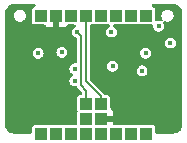
<source format=gbr>
%TF.GenerationSoftware,KiCad,Pcbnew,8.0.1-8.0.1-1~ubuntu22.04.1*%
%TF.CreationDate,2024-03-30T15:26:48+00:00*%
%TF.ProjectId,FES_AO4882,4645535f-414f-4343-9838-322e6b696361,v1.0*%
%TF.SameCoordinates,Original*%
%TF.FileFunction,Copper,L3,Inr*%
%TF.FilePolarity,Positive*%
%FSLAX46Y46*%
G04 Gerber Fmt 4.6, Leading zero omitted, Abs format (unit mm)*
G04 Created by KiCad (PCBNEW 8.0.1-8.0.1-1~ubuntu22.04.1) date 2024-03-30 15:26:48*
%MOMM*%
%LPD*%
G01*
G04 APERTURE LIST*
%TA.AperFunction,ComponentPad*%
%ADD10R,1.000000X1.000000*%
%TD*%
%TA.AperFunction,ViaPad*%
%ADD11C,0.400000*%
%TD*%
%TA.AperFunction,Conductor*%
%ADD12C,0.127000*%
%TD*%
G04 APERTURE END LIST*
D10*
%TO.N,/FES4in*%
%TO.C,J22*%
X-1905000Y0D03*
%TD*%
%TO.N,+3.3V*%
%TO.C,J1*%
X-4445000Y10000000D03*
%TD*%
%TO.N,/MOSI_ARM*%
%TO.C,J5*%
X635000Y10000000D03*
%TD*%
%TO.N,/SWDIO{slash}MISO_ARM*%
%TO.C,J4*%
X-635000Y10000000D03*
%TD*%
%TO.N,/SWDIO{slash}MISO_ARM*%
%TO.C,J16*%
X635000Y2540000D03*
%TD*%
%TO.N,/FES1in*%
%TO.C,J11*%
X1905000Y0D03*
%TD*%
%TO.N,/extRef*%
%TO.C,J8*%
X4445000Y10000000D03*
%TD*%
%TO.N,/SPICS_ARM*%
%TO.C,J7*%
X3175000Y10000000D03*
%TD*%
%TO.N,/FES1out*%
%TO.C,J12*%
X635000Y0D03*
%TD*%
%TO.N,GND*%
%TO.C,J17*%
X635000Y1270000D03*
%TD*%
%TO.N,/FES2out*%
%TO.C,J14*%
X4445000Y0D03*
%TD*%
%TO.N,/FES2in*%
%TO.C,J13*%
X3175000Y0D03*
%TD*%
%TO.N,/FES4out*%
%TO.C,J23*%
X-635000Y0D03*
%TD*%
%TO.N,GND*%
%TO.C,J2*%
X-3175000Y10000000D03*
%TD*%
%TO.N,VCC*%
%TO.C,J24*%
X-635000Y1270000D03*
%TD*%
%TO.N,/SWCLK{slash}IO1out*%
%TO.C,J15*%
X-635000Y2540000D03*
%TD*%
%TO.N,/FES3in*%
%TO.C,J20*%
X-3175000Y0D03*
%TD*%
%TO.N,/SCLK_ARM*%
%TO.C,J6*%
X1905000Y10000000D03*
%TD*%
%TO.N,unconnected-(J3-Pin_1-Pad1)*%
%TO.C,J3*%
X-1905000Y10000000D03*
%TD*%
%TO.N,/FES3out*%
%TO.C,J21*%
X-4445000Y0D03*
%TD*%
D11*
%TO.N,+3.3V*%
X-1600000Y4490001D03*
X1600000Y5700000D03*
%TO.N,GND*%
X-6510000Y7670000D03*
X5500000Y8000000D03*
X-3700000Y7909999D03*
%TO.N,/SWCLK{slash}IO1out*%
X-1400000Y8600000D03*
%TO.N,/GPIO*%
X-1600000Y5500000D03*
%TO.N,VCC*%
X4100000Y5330000D03*
%TO.N,/PWM1*%
X5500000Y9100000D03*
X1500000Y8600000D03*
%TO.N,/PWM2_*%
X6500000Y7670000D03*
%TO.N,/PWM1_*%
X4400000Y6800000D03*
%TO.N,/PWM4_*%
X-2700000Y6890001D03*
%TO.N,/PWM3_*%
X-4700000Y6800000D03*
%TD*%
D12*
%TO.N,/SWDIO{slash}MISO_ARM*%
X635000Y3175000D02*
X635000Y2540000D01*
X-635000Y4445000D02*
X635000Y3175000D01*
X-635000Y10000000D02*
X-635000Y4445000D01*
%TO.N,/SWCLK{slash}IO1out*%
X-635000Y2540000D02*
X-635000Y3635000D01*
X-635000Y3635000D02*
X-1100000Y4100000D01*
X-1100000Y4100000D02*
X-1100000Y8300000D01*
X-1100000Y8300000D02*
X-1400000Y8600000D01*
%TD*%
%TA.AperFunction,Conductor*%
%TO.N,GND*%
G36*
X-4960090Y10969816D02*
G01*
X-4914335Y10917012D01*
X-4904391Y10847854D01*
X-4933416Y10784298D01*
X-4992194Y10746524D01*
X-5002938Y10743884D01*
X-5042736Y10735968D01*
X-5042740Y10735967D01*
X-5125601Y10680601D01*
X-5180967Y10597740D01*
X-5180968Y10597736D01*
X-5195500Y10524679D01*
X-5195500Y9475322D01*
X-5180968Y9402265D01*
X-5180967Y9402261D01*
X-5180966Y9402260D01*
X-5125601Y9319399D01*
X-5047613Y9267290D01*
X-5042740Y9264034D01*
X-5042736Y9264033D01*
X-4969679Y9249501D01*
X-4969676Y9249500D01*
X-4174126Y9249500D01*
X-4107087Y9229815D01*
X-4074859Y9199811D01*
X-4032191Y9142814D01*
X-4032186Y9142809D01*
X-3917094Y9056650D01*
X-3917087Y9056646D01*
X-3782380Y9006404D01*
X-3782373Y9006402D01*
X-3722845Y9000001D01*
X-3722828Y9000000D01*
X-3425000Y9000000D01*
X-3425000Y9790382D01*
X-3374554Y9739936D01*
X-3300445Y9697149D01*
X-3217787Y9675000D01*
X-3132213Y9675000D01*
X-3049555Y9697149D01*
X-2975446Y9739936D01*
X-2925000Y9790382D01*
X-2925000Y9000000D01*
X-2627172Y9000000D01*
X-2627156Y9000001D01*
X-2567628Y9006402D01*
X-2567621Y9006404D01*
X-2432914Y9056646D01*
X-2432907Y9056650D01*
X-2317815Y9142809D01*
X-2317810Y9142814D01*
X-2275141Y9199811D01*
X-2219207Y9241682D01*
X-2175874Y9249500D01*
X-1643423Y9249500D01*
X-1576384Y9229815D01*
X-1530629Y9177011D01*
X-1520685Y9107853D01*
X-1549710Y9044297D01*
X-1582311Y9019892D01*
X-1581608Y9018798D01*
X-1589067Y9014005D01*
X-1589069Y9014004D01*
X-1648915Y8975544D01*
X-1698050Y8943967D01*
X-1782882Y8846063D01*
X-1782883Y8846062D01*
X-1836698Y8728226D01*
X-1855133Y8600000D01*
X-1836698Y8471775D01*
X-1782883Y8353939D01*
X-1782882Y8353937D01*
X-1698049Y8256033D01*
X-1589069Y8185996D01*
X-1503065Y8160744D01*
X-1444288Y8122971D01*
X-1415262Y8059416D01*
X-1414000Y8041767D01*
X-1414000Y6074500D01*
X-1433685Y6007461D01*
X-1486489Y5961706D01*
X-1538000Y5950500D01*
X-1664774Y5950500D01*
X-1789065Y5914006D01*
X-1789068Y5914005D01*
X-1789069Y5914004D01*
X-1840323Y5881066D01*
X-1898050Y5843967D01*
X-1982882Y5746063D01*
X-1982883Y5746062D01*
X-2036698Y5628226D01*
X-2055133Y5500000D01*
X-2036698Y5371775D01*
X-1997523Y5285996D01*
X-1982882Y5253937D01*
X-1898049Y5156033D01*
X-1809795Y5099316D01*
X-1764041Y5046513D01*
X-1754097Y4977355D01*
X-1783122Y4913799D01*
X-1809795Y4890686D01*
X-1898049Y4833969D01*
X-1982882Y4736064D01*
X-1982883Y4736063D01*
X-2036698Y4618227D01*
X-2055133Y4490001D01*
X-2036698Y4361776D01*
X-1982883Y4243940D01*
X-1982882Y4243938D01*
X-1898049Y4146034D01*
X-1789069Y4075997D01*
X-1669070Y4040763D01*
X-1664775Y4039502D01*
X-1664773Y4039501D01*
X-1664772Y4039501D01*
X-1535227Y4039501D01*
X-1526448Y4040763D01*
X-1526200Y4039036D01*
X-1466945Y4039041D01*
X-1408164Y4001271D01*
X-1394484Y3982061D01*
X-1351266Y3907204D01*
X-1351262Y3907199D01*
X-985319Y3541256D01*
X-951834Y3479933D01*
X-949000Y3453575D01*
X-949000Y3414500D01*
X-968685Y3347461D01*
X-1021489Y3301706D01*
X-1073000Y3290500D01*
X-1159677Y3290500D01*
X-1232736Y3275968D01*
X-1232740Y3275967D01*
X-1315601Y3220601D01*
X-1370967Y3137740D01*
X-1370968Y3137736D01*
X-1385500Y3064679D01*
X-1385500Y3064674D01*
X-1385500Y2015326D01*
X-1385500Y2015324D01*
X-1385501Y2015324D01*
X-1368584Y1930283D01*
X-1372709Y1929463D01*
X-1367736Y1882897D01*
X-1368665Y1879734D01*
X-1368584Y1879717D01*
X-1385500Y1794677D01*
X-1385500Y874500D01*
X-1405185Y807461D01*
X-1457989Y761706D01*
X-1509500Y750500D01*
X-2429676Y750500D01*
X-2514717Y733584D01*
X-2515538Y737709D01*
X-2562103Y732736D01*
X-2565267Y733665D01*
X-2565283Y733584D01*
X-2650324Y750500D01*
X-2650326Y750500D01*
X-3699674Y750500D01*
X-3699676Y750500D01*
X-3784717Y733584D01*
X-3785538Y737709D01*
X-3832103Y732736D01*
X-3835267Y733665D01*
X-3835283Y733584D01*
X-3920324Y750500D01*
X-3920326Y750500D01*
X-4969674Y750500D01*
X-4969677Y750500D01*
X-5042736Y735968D01*
X-5042740Y735967D01*
X-5125601Y680601D01*
X-5180967Y597740D01*
X-5180968Y597736D01*
X-5195500Y524679D01*
X-5195500Y134501D01*
X-5215185Y67462D01*
X-5267989Y21707D01*
X-5319500Y10501D01*
X-6743910Y10501D01*
X-6756063Y11098D01*
X-6882113Y23512D01*
X-6905956Y28255D01*
X-7021311Y63248D01*
X-7043768Y72550D01*
X-7150072Y129371D01*
X-7170284Y142876D01*
X-7263465Y219348D01*
X-7280653Y236536D01*
X-7357125Y329717D01*
X-7370630Y349929D01*
X-7427451Y456233D01*
X-7436753Y478690D01*
X-7471746Y594045D01*
X-7476488Y617882D01*
X-7488903Y743940D01*
X-7489500Y756093D01*
X-7489500Y6800000D01*
X-5155133Y6800000D01*
X-5136698Y6671775D01*
X-5123985Y6643939D01*
X-5082882Y6553937D01*
X-4998049Y6456033D01*
X-4889069Y6385996D01*
X-4764775Y6349501D01*
X-4764773Y6349500D01*
X-4764772Y6349500D01*
X-4635227Y6349500D01*
X-4635227Y6349501D01*
X-4510931Y6385996D01*
X-4401951Y6456033D01*
X-4317118Y6553937D01*
X-4263303Y6671774D01*
X-4244867Y6800000D01*
X-4257807Y6890001D01*
X-3155133Y6890001D01*
X-3136698Y6761776D01*
X-3082883Y6643940D01*
X-3082882Y6643938D01*
X-2998049Y6546034D01*
X-2889069Y6475997D01*
X-2821076Y6456033D01*
X-2764775Y6439502D01*
X-2764773Y6439501D01*
X-2764772Y6439501D01*
X-2635227Y6439501D01*
X-2635227Y6439502D01*
X-2510931Y6475997D01*
X-2401951Y6546034D01*
X-2317118Y6643938D01*
X-2263303Y6761775D01*
X-2244867Y6890001D01*
X-2263303Y7018227D01*
X-2317118Y7136064D01*
X-2401951Y7233968D01*
X-2510931Y7304005D01*
X-2510935Y7304007D01*
X-2510936Y7304007D01*
X-2635226Y7340501D01*
X-2635228Y7340501D01*
X-2764772Y7340501D01*
X-2764774Y7340501D01*
X-2889065Y7304007D01*
X-2889068Y7304006D01*
X-2889069Y7304005D01*
X-2940323Y7271067D01*
X-2998050Y7233968D01*
X-3082882Y7136064D01*
X-3082883Y7136063D01*
X-3136698Y7018227D01*
X-3155133Y6890001D01*
X-4257807Y6890001D01*
X-4263303Y6928226D01*
X-4317118Y7046063D01*
X-4401951Y7143967D01*
X-4510931Y7214004D01*
X-4510935Y7214006D01*
X-4510936Y7214006D01*
X-4635226Y7250500D01*
X-4635228Y7250500D01*
X-4764772Y7250500D01*
X-4764774Y7250500D01*
X-4889065Y7214006D01*
X-4889068Y7214005D01*
X-4889069Y7214004D01*
X-4940323Y7181066D01*
X-4998050Y7143967D01*
X-5082882Y7046063D01*
X-5082883Y7046062D01*
X-5136698Y6928226D01*
X-5155133Y6800000D01*
X-7489500Y6800000D01*
X-7489500Y10000000D01*
X-6765750Y10000000D01*
X-6744860Y9854698D01*
X-6744859Y9854693D01*
X-6683879Y9721168D01*
X-6683877Y9721164D01*
X-6663068Y9697149D01*
X-6603244Y9628109D01*
X-6587744Y9610222D01*
X-6464250Y9530857D01*
X-6464249Y9530857D01*
X-6464248Y9530856D01*
X-6323402Y9489501D01*
X-6323400Y9489500D01*
X-6323399Y9489500D01*
X-6176600Y9489500D01*
X-6176600Y9489501D01*
X-6049179Y9526914D01*
X-6035753Y9530856D01*
X-6035753Y9530857D01*
X-6035750Y9530857D01*
X-5912256Y9610222D01*
X-5816123Y9721164D01*
X-5755141Y9854696D01*
X-5734250Y10000000D01*
X-5755141Y10145304D01*
X-5755142Y10145305D01*
X-5755142Y10145308D01*
X-5804940Y10254349D01*
X-5816123Y10278836D01*
X-5912256Y10389778D01*
X-6035750Y10469143D01*
X-6035751Y10469144D01*
X-6035752Y10469144D01*
X-6035753Y10469145D01*
X-6176599Y10510500D01*
X-6176601Y10510500D01*
X-6323399Y10510500D01*
X-6323402Y10510500D01*
X-6464248Y10469145D01*
X-6464249Y10469144D01*
X-6587742Y10389780D01*
X-6587746Y10389777D01*
X-6683876Y10278838D01*
X-6683879Y10278833D01*
X-6744859Y10145308D01*
X-6744860Y10145303D01*
X-6765750Y10000000D01*
X-7489500Y10000000D01*
X-7489500Y10243909D01*
X-7488903Y10256062D01*
X-7482123Y10324904D01*
X-7476488Y10382121D01*
X-7471746Y10405956D01*
X-7471745Y10405957D01*
X-7436753Y10521311D01*
X-7427451Y10543767D01*
X-7370629Y10650074D01*
X-7357125Y10670284D01*
X-7348658Y10680601D01*
X-7280650Y10763469D01*
X-7263469Y10780650D01*
X-7170283Y10857127D01*
X-7150072Y10870630D01*
X-7150070Y10870631D01*
X-7043762Y10927454D01*
X-7021311Y10936753D01*
X-7012677Y10939373D01*
X-6905954Y10971747D01*
X-6882121Y10976488D01*
X-6764476Y10988075D01*
X-6756061Y10988903D01*
X-6743908Y10989500D01*
X-6695234Y10989500D01*
X-6695225Y10989501D01*
X-5027129Y10989501D01*
X-4960090Y10969816D01*
G37*
%TD.AperFunction*%
%TA.AperFunction,Conductor*%
G36*
X6756061Y10988904D02*
G01*
X6765633Y10987962D01*
X6882118Y10976489D01*
X6905948Y10971750D01*
X7021313Y10936754D01*
X7043761Y10927455D01*
X7150072Y10870631D01*
X7170282Y10857127D01*
X7263464Y10780656D01*
X7280654Y10763466D01*
X7357124Y10670286D01*
X7370628Y10650076D01*
X7427452Y10543767D01*
X7436754Y10521311D01*
X7452579Y10469143D01*
X7471747Y10405957D01*
X7476489Y10382115D01*
X7488903Y10256074D01*
X7489500Y10243920D01*
X7489500Y756094D01*
X7488903Y743940D01*
X7476488Y617888D01*
X7471746Y594047D01*
X7436753Y478691D01*
X7427450Y456233D01*
X7370629Y349928D01*
X7357124Y329716D01*
X7280653Y236536D01*
X7263465Y219348D01*
X7170284Y142876D01*
X7150072Y129371D01*
X7043768Y72550D01*
X7021310Y63247D01*
X6905954Y28254D01*
X6882113Y23512D01*
X6756072Y11098D01*
X6743918Y10501D01*
X5319500Y10501D01*
X5252461Y30186D01*
X5206706Y82990D01*
X5195500Y134501D01*
X5195500Y524677D01*
X5195499Y524679D01*
X5180967Y597736D01*
X5180966Y597740D01*
X5167504Y617888D01*
X5125601Y680601D01*
X5070235Y717595D01*
X5042739Y735967D01*
X5042735Y735968D01*
X4969677Y750500D01*
X4969674Y750500D01*
X3920326Y750500D01*
X3920324Y750500D01*
X3835283Y733584D01*
X3834462Y737709D01*
X3787897Y732736D01*
X3784733Y733665D01*
X3784717Y733584D01*
X3699676Y750500D01*
X3699674Y750500D01*
X2650326Y750500D01*
X2650324Y750500D01*
X2565283Y733584D01*
X2564462Y737709D01*
X2517897Y732736D01*
X2514733Y733665D01*
X2514717Y733584D01*
X2429676Y750500D01*
X2429674Y750500D01*
X1759000Y750500D01*
X1691961Y770185D01*
X1646206Y822989D01*
X1635000Y874500D01*
X1635000Y1020000D01*
X844618Y1020000D01*
X895064Y1070446D01*
X937851Y1144555D01*
X960000Y1227213D01*
X960000Y1312787D01*
X937851Y1395445D01*
X895064Y1469554D01*
X844618Y1520000D01*
X1635000Y1520000D01*
X1635000Y1817828D01*
X1634999Y1817845D01*
X1628598Y1877373D01*
X1628596Y1877380D01*
X1578354Y2012087D01*
X1578350Y2012094D01*
X1492191Y2127186D01*
X1492185Y2127193D01*
X1435188Y2169861D01*
X1393318Y2225795D01*
X1385500Y2269127D01*
X1385500Y3064677D01*
X1385499Y3064679D01*
X1370967Y3137736D01*
X1370966Y3137740D01*
X1315601Y3220601D01*
X1232740Y3275966D01*
X1232739Y3275967D01*
X1232735Y3275968D01*
X1159677Y3290500D01*
X1159674Y3290500D01*
X1002483Y3290500D01*
X935444Y3310185D01*
X895096Y3352500D01*
X886262Y3367801D01*
X-284681Y4538744D01*
X-318166Y4600067D01*
X-321000Y4626425D01*
X-321000Y5700000D01*
X1144867Y5700000D01*
X1163302Y5571775D01*
X1196081Y5500000D01*
X1217118Y5453937D01*
X1301951Y5356033D01*
X1410931Y5285996D01*
X1520117Y5253937D01*
X1535225Y5249501D01*
X1535227Y5249500D01*
X1535228Y5249500D01*
X1664773Y5249500D01*
X1664773Y5249501D01*
X1789069Y5285996D01*
X1857541Y5330000D01*
X3644867Y5330000D01*
X3663302Y5201775D01*
X3684192Y5156034D01*
X3717118Y5083937D01*
X3801951Y4986033D01*
X3910931Y4915996D01*
X4035225Y4879501D01*
X4035227Y4879500D01*
X4035228Y4879500D01*
X4164773Y4879500D01*
X4164773Y4879501D01*
X4289069Y4915996D01*
X4398049Y4986033D01*
X4482882Y5083937D01*
X4536697Y5201774D01*
X4555133Y5330000D01*
X4536697Y5458226D01*
X4482882Y5576063D01*
X4398049Y5673967D01*
X4289069Y5744004D01*
X4289065Y5744006D01*
X4289064Y5744006D01*
X4164774Y5780500D01*
X4164772Y5780500D01*
X4035228Y5780500D01*
X4035226Y5780500D01*
X3910935Y5744006D01*
X3910932Y5744005D01*
X3910931Y5744004D01*
X3859677Y5711066D01*
X3801950Y5673967D01*
X3717118Y5576063D01*
X3717117Y5576062D01*
X3663302Y5458226D01*
X3644867Y5330000D01*
X1857541Y5330000D01*
X1898049Y5356033D01*
X1982882Y5453937D01*
X2036697Y5571774D01*
X2055133Y5700000D01*
X2036697Y5828226D01*
X1982882Y5946063D01*
X1898049Y6043967D01*
X1789069Y6114004D01*
X1789065Y6114006D01*
X1789064Y6114006D01*
X1664774Y6150500D01*
X1664772Y6150500D01*
X1535228Y6150500D01*
X1535226Y6150500D01*
X1410935Y6114006D01*
X1410932Y6114005D01*
X1410931Y6114004D01*
X1359677Y6081066D01*
X1301950Y6043967D01*
X1217118Y5946063D01*
X1217117Y5946062D01*
X1163302Y5828226D01*
X1144867Y5700000D01*
X-321000Y5700000D01*
X-321000Y6800000D01*
X3944867Y6800000D01*
X3963302Y6671775D01*
X3976015Y6643939D01*
X4017118Y6553937D01*
X4101951Y6456033D01*
X4210931Y6385996D01*
X4335225Y6349501D01*
X4335227Y6349500D01*
X4335228Y6349500D01*
X4464773Y6349500D01*
X4464773Y6349501D01*
X4589069Y6385996D01*
X4698049Y6456033D01*
X4782882Y6553937D01*
X4836697Y6671774D01*
X4855133Y6800000D01*
X4836697Y6928226D01*
X4782882Y7046063D01*
X4698049Y7143967D01*
X4589069Y7214004D01*
X4589065Y7214006D01*
X4589064Y7214006D01*
X4464774Y7250500D01*
X4464772Y7250500D01*
X4335228Y7250500D01*
X4335226Y7250500D01*
X4210935Y7214006D01*
X4210932Y7214005D01*
X4210931Y7214004D01*
X4159677Y7181066D01*
X4101950Y7143967D01*
X4017118Y7046063D01*
X4017117Y7046062D01*
X3963302Y6928226D01*
X3944867Y6800000D01*
X-321000Y6800000D01*
X-321000Y7670000D01*
X6044867Y7670000D01*
X6063302Y7541775D01*
X6117117Y7423939D01*
X6117118Y7423937D01*
X6201951Y7326033D01*
X6310931Y7255996D01*
X6435225Y7219501D01*
X6435227Y7219500D01*
X6435228Y7219500D01*
X6564773Y7219500D01*
X6564773Y7219501D01*
X6689069Y7255996D01*
X6798049Y7326033D01*
X6882882Y7423937D01*
X6936697Y7541774D01*
X6955133Y7670000D01*
X6936697Y7798226D01*
X6882882Y7916063D01*
X6798049Y8013967D01*
X6689069Y8084004D01*
X6689065Y8084006D01*
X6689064Y8084006D01*
X6564774Y8120500D01*
X6564772Y8120500D01*
X6435228Y8120500D01*
X6435226Y8120500D01*
X6310935Y8084006D01*
X6310932Y8084005D01*
X6310931Y8084004D01*
X6272671Y8059416D01*
X6201950Y8013967D01*
X6117118Y7916063D01*
X6117117Y7916062D01*
X6063302Y7798226D01*
X6044867Y7670000D01*
X-321000Y7670000D01*
X-321000Y9125500D01*
X-301315Y9192539D01*
X-248511Y9238294D01*
X-197000Y9249500D01*
X-110324Y9249500D01*
X-110323Y9249501D01*
X-93281Y9252891D01*
X-25281Y9266416D01*
X-24459Y9262280D01*
X21968Y9267290D01*
X25262Y9266323D01*
X25281Y9266416D01*
X110321Y9249501D01*
X110324Y9249500D01*
X110326Y9249500D01*
X1159676Y9249500D01*
X1159677Y9249501D01*
X1176719Y9252891D01*
X1244719Y9266416D01*
X1245541Y9262280D01*
X1291968Y9267290D01*
X1295261Y9266323D01*
X1295280Y9266417D01*
X1307259Y9264035D01*
X1307260Y9264034D01*
X1322199Y9261063D01*
X1384109Y9228678D01*
X1418684Y9167963D01*
X1414945Y9098193D01*
X1374080Y9041521D01*
X1332944Y9020468D01*
X1310934Y9014006D01*
X1201950Y8943967D01*
X1117118Y8846063D01*
X1117117Y8846062D01*
X1063302Y8728226D01*
X1044867Y8600000D01*
X1063302Y8471775D01*
X1117117Y8353939D01*
X1117118Y8353937D01*
X1201951Y8256033D01*
X1310931Y8185996D01*
X1435225Y8149501D01*
X1435227Y8149500D01*
X1435228Y8149500D01*
X1564773Y8149500D01*
X1564773Y8149501D01*
X1689069Y8185996D01*
X1798049Y8256033D01*
X1882882Y8353937D01*
X1936697Y8471774D01*
X1955133Y8600000D01*
X1936697Y8728226D01*
X1882882Y8846063D01*
X1798049Y8943967D01*
X1689069Y9014004D01*
X1689066Y9014005D01*
X1681608Y9018798D01*
X1682778Y9020619D01*
X1639105Y9058465D01*
X1619423Y9125505D01*
X1639111Y9192544D01*
X1691917Y9238297D01*
X1743423Y9249500D01*
X2429676Y9249500D01*
X2429677Y9249501D01*
X2446719Y9252891D01*
X2514719Y9266416D01*
X2515541Y9262280D01*
X2561968Y9267290D01*
X2565262Y9266323D01*
X2565281Y9266416D01*
X2650321Y9249501D01*
X2650324Y9249500D01*
X2650326Y9249500D01*
X3699676Y9249500D01*
X3699677Y9249501D01*
X3716719Y9252891D01*
X3784719Y9266416D01*
X3785541Y9262280D01*
X3831968Y9267290D01*
X3835262Y9266323D01*
X3835281Y9266416D01*
X3920321Y9249501D01*
X3920324Y9249500D01*
X4923258Y9249500D01*
X4990297Y9229815D01*
X5036052Y9177011D01*
X5045996Y9107854D01*
X5044867Y9100002D01*
X5044867Y9100001D01*
X5063302Y8971775D01*
X5076002Y8943967D01*
X5117118Y8853937D01*
X5201951Y8756033D01*
X5310931Y8685996D01*
X5435225Y8649501D01*
X5435227Y8649500D01*
X5435228Y8649500D01*
X5564773Y8649500D01*
X5564773Y8649501D01*
X5689069Y8685996D01*
X5798049Y8756033D01*
X5882882Y8853937D01*
X5936697Y8971774D01*
X5955133Y9100000D01*
X5936697Y9228226D01*
X5882882Y9346063D01*
X5879597Y9351175D01*
X5859915Y9418215D01*
X5879602Y9485254D01*
X5932407Y9531007D01*
X6001566Y9540948D01*
X6035437Y9531000D01*
X6035754Y9530855D01*
X6176598Y9489501D01*
X6176600Y9489500D01*
X6176601Y9489500D01*
X6323400Y9489500D01*
X6323400Y9489501D01*
X6450821Y9526914D01*
X6464247Y9530856D01*
X6464247Y9530857D01*
X6464250Y9530857D01*
X6587744Y9610222D01*
X6683877Y9721164D01*
X6744859Y9854696D01*
X6765750Y10000000D01*
X6744859Y10145304D01*
X6744858Y10145305D01*
X6744858Y10145308D01*
X6695060Y10254349D01*
X6683877Y10278836D01*
X6587744Y10389778D01*
X6464250Y10469143D01*
X6464249Y10469144D01*
X6464248Y10469144D01*
X6464247Y10469145D01*
X6323401Y10510500D01*
X6323399Y10510500D01*
X6176601Y10510500D01*
X6176598Y10510500D01*
X6035752Y10469145D01*
X6035751Y10469144D01*
X5912258Y10389780D01*
X5912254Y10389777D01*
X5816124Y10278838D01*
X5816121Y10278833D01*
X5755141Y10145308D01*
X5755140Y10145303D01*
X5734250Y10000000D01*
X5755140Y9854698D01*
X5755141Y9854693D01*
X5816121Y9721168D01*
X5816123Y9721164D01*
X5816124Y9721163D01*
X5816127Y9721159D01*
X5823689Y9712432D01*
X5852716Y9648877D01*
X5842773Y9579719D01*
X5797019Y9526914D01*
X5729980Y9507228D01*
X5695045Y9512250D01*
X5564772Y9550500D01*
X5435228Y9550500D01*
X5435226Y9550500D01*
X5354434Y9526778D01*
X5284564Y9526778D01*
X5225786Y9564553D01*
X5196762Y9628109D01*
X5195500Y9645755D01*
X5195500Y10524677D01*
X5195499Y10524679D01*
X5180967Y10597736D01*
X5180966Y10597740D01*
X5172619Y10610232D01*
X5125601Y10680601D01*
X5044499Y10734791D01*
X5042739Y10735967D01*
X5042735Y10735968D01*
X5002938Y10743884D01*
X4941027Y10776269D01*
X4906452Y10836985D01*
X4910192Y10906754D01*
X4951059Y10963426D01*
X5016077Y10989007D01*
X5027129Y10989501D01*
X6743908Y10989501D01*
X6756061Y10988904D01*
G37*
%TD.AperFunction*%
%TD*%
M02*

</source>
